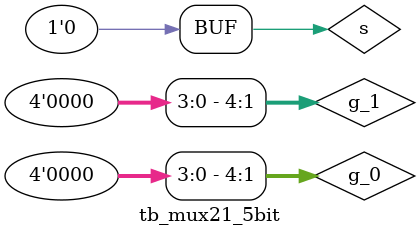
<source format=v>
`timescale 1ns/1ns
module tb_mux21_5bit();
  reg [4:0] g_0, g_1;
  reg s;
  wire [4:0] mux_out;
  initial begin
    g_0 = $random;
    g_1 = $random;
    s = 1;
    #40;
    s = 0;
    #40;
    g_0 = $random;
    g_1 = $random;
    s = 1;
    #40;
    s = 0;
  end
  mux21_5bit ins2(
            .g_0(g_0),
            .g_1(g_1),
            .s(s),
            .mux_out(mux_out)
        );
endmodule
</source>
